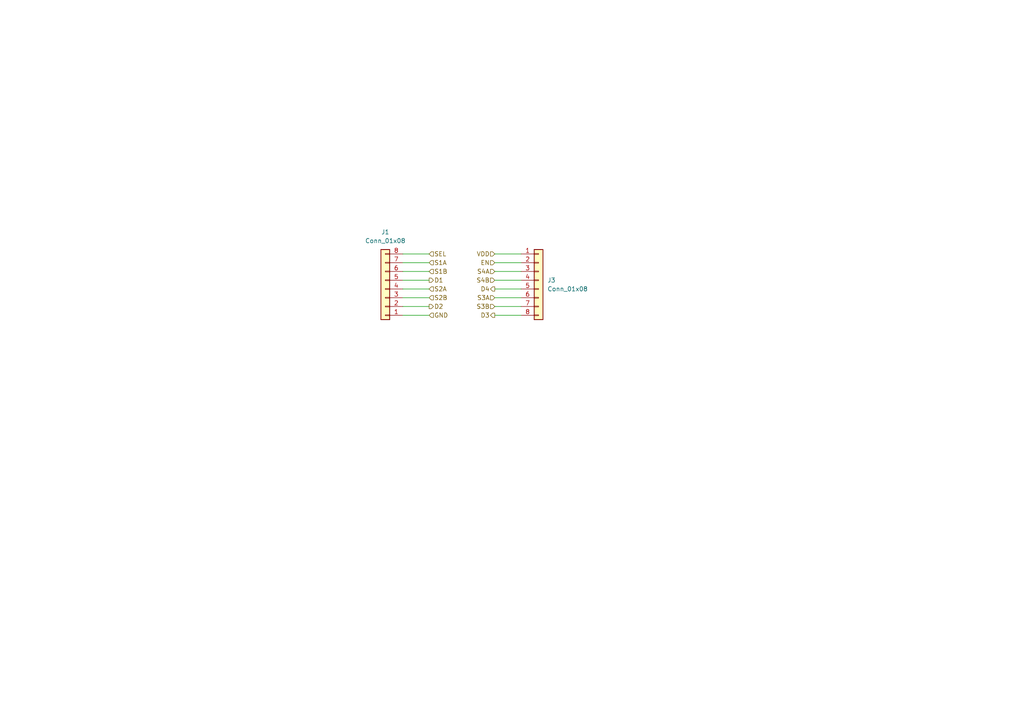
<source format=kicad_sch>
(kicad_sch (version 20250114) (generator "eeschema") (generator_version "9.0")
  (paper "A4")
  (lib_symbols
    (symbol "Connector_Generic:Conn_01x08" (pin_names (offset 1.016) (hide yes))
      (property "Reference" "J" (at 0 10.16 0))
      (property "Value" "Conn_01x08" (at 0 -12.7 0))
      (symbol "Conn_01x08_1_1"
        (rectangle (start -1.27 8.89) (end 1.27 -11.43) (stroke (width 0.254)) (fill (type background)))
        (rectangle (start -1.27 7.747) (end 0 7.493) (stroke (width 0.1524)))
        (rectangle (start -1.27 5.207) (end 0 4.953) (stroke (width 0.1524)))
        (rectangle (start -1.27 2.667) (end 0 2.413) (stroke (width 0.1524)))
        (rectangle (start -1.27 0.127) (end 0 -0.127) (stroke (width 0.1524)))
        (rectangle (start -1.27 -2.413) (end 0 -2.667) (stroke (width 0.1524)))
        (rectangle (start -1.27 -4.953) (end 0 -5.207) (stroke (width 0.1524)))
        (rectangle (start -1.27 -7.493) (end 0 -7.747) (stroke (width 0.1524)))
        (rectangle (start -1.27 -10.033) (end 0 -10.287) (stroke (width 0.1524)))
        (pin passive line (at -5.08 7.62 0) (length 3.81) (name "Pin_1") (number "1"))
        (pin passive line (at -5.08 5.08 0) (length 3.81) (name "Pin_2") (number "2"))
        (pin passive line (at -5.08 2.54 0) (length 3.81) (name "Pin_3") (number "3"))
        (pin passive line (at -5.08 0 0) (length 3.81) (name "Pin_4") (number "4"))
        (pin passive line (at -5.08 -2.54 0) (length 3.81) (name "Pin_5") (number "5"))
        (pin passive line (at -5.08 -5.08 0) (length 3.81) (name "Pin_6") (number "6"))
        (pin passive line (at -5.08 -7.62 0) (length 3.81) (name "Pin_7") (number "7"))
        (pin passive line (at -5.08 -10.16 0) (length 3.81) (name "Pin_8") (number "8"))
      )
    )
  )
  (wire (pts (xy 143.51 81.28) (xy 151.13 81.28)))
  (wire (pts (xy 116.84 83.82) (xy 124.46 83.82)))
  (wire (pts (xy 143.51 73.66) (xy 151.13 73.66)))
  (wire (pts (xy 116.84 91.44) (xy 124.46 91.44)))
  (wire (pts (xy 116.84 78.74) (xy 124.46 78.74)))
  (wire (pts (xy 116.84 86.36) (xy 124.46 86.36)))
  (wire (pts (xy 143.51 88.9) (xy 151.13 88.9)))
  (wire (pts (xy 116.84 73.66) (xy 124.46 73.66)))
  (wire (pts (xy 143.51 91.44) (xy 151.13 91.44)))
  (wire (pts (xy 116.84 88.9) (xy 124.46 88.9)))
  (wire (pts (xy 116.84 76.2) (xy 124.46 76.2)))
  (wire (pts (xy 143.51 78.74) (xy 151.13 78.74)))
  (wire (pts (xy 116.84 81.28) (xy 124.46 81.28)))
  (wire (pts (xy 143.51 76.2) (xy 151.13 76.2)))
  (wire (pts (xy 143.51 86.36) (xy 151.13 86.36)))
  (wire (pts (xy 143.51 83.82) (xy 151.13 83.82)))
  (hierarchical_label "D2" (shape output) (at 124.46 88.9 0))
  (hierarchical_label "D1" (shape output) (at 124.46 81.28 0))
  (hierarchical_label "S3A" (shape input) (at 143.51 86.36 180))
  (hierarchical_label "D4" (shape output) (at 143.51 83.82 180))
  (hierarchical_label "S1B" (shape input) (at 124.46 78.74 0))
  (hierarchical_label "S1A" (shape input) (at 124.46 76.2 0))
  (hierarchical_label "SEL" (shape input) (at 124.46 73.66 0))
  (hierarchical_label "D3" (shape output) (at 143.51 91.44 180))
  (hierarchical_label "EN" (shape input) (at 143.51 76.2 180))
  (hierarchical_label "GND" (shape input) (at 124.46 91.44 0))
  (hierarchical_label "S3B" (shape input) (at 143.51 88.9 180))
  (hierarchical_label "S2A" (shape input) (at 124.46 83.82 0))
  (hierarchical_label "S4A" (shape input) (at 143.51 78.74 180))
  (hierarchical_label "S2B" (shape input) (at 124.46 86.36 0))
  (hierarchical_label "S4B" (shape input) (at 143.51 81.28 180))
  (hierarchical_label "VDD" (shape input) (at 143.51 73.66 180))
  (symbol (lib_id "Connector_Generic:Conn_01x08") (at 111.76 83.82 180) (unit 1)
    (property "Reference" "J1" (at 111.76 67.31 0))
    (property "Value" "Conn_01x08" (at 111.76 69.85 0))
    (property "Footprint" "Connector_PinSocket_2.54mm:PinSocket_1x08_P2.54mm_Vertical" (effects (hide yes)))
    (property "Description" "Generic connector, single row, 01x08, script generated (kicad-library-utils/schlib/autogen/connector/)" (effects (hide yes)))
  )
  (symbol (lib_id "Connector_Generic:Conn_01x08") (at 156.21 81.28 0) (unit 1)
    (property "Reference" "J3" (at 158.75 81.2799 0) (effects (justify left)))
    (property "Value" "Conn_01x08" (at 158.75 83.8199 0) (effects (justify left)))
    (property "Footprint" "Connector_PinSocket_2.54mm:PinSocket_1x08_P2.54mm_Vertical" (effects (hide yes)))
    (property "Description" "Generic connector, single row, 01x08, script generated (kicad-library-utils/schlib/autogen/connector/)" (effects (hide yes)))
  )
)
</source>
